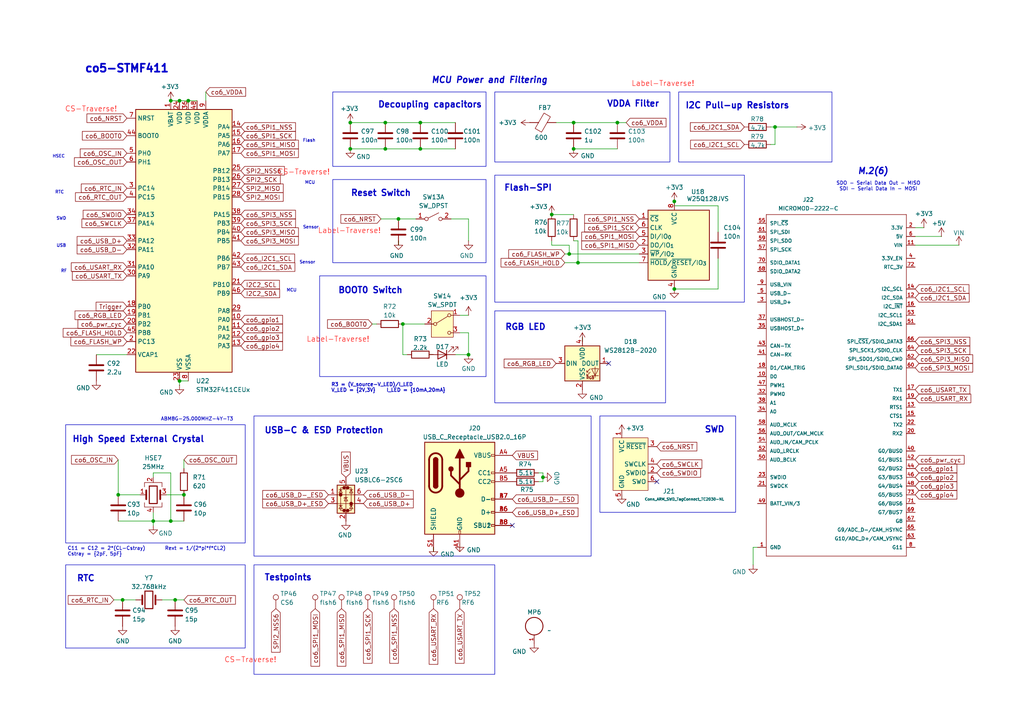
<source format=kicad_sch>
(kicad_sch (version 20250114) (generator "eeschema") (generator_version "9.0")
  (paper "A4")
  (rectangle (start 73.66 163.83) (end 143.51 195.58))
  (rectangle (start 196.85 26.67) (end 241.3 46.99))
  (rectangle (start 143.51 90.17) (end 193.04 116.84))
  (rectangle (start 19.05 163.83) (end 71.12 187.96))
  (rectangle (start 92.71 80.01) (end 140.97 109.22))
  (rectangle (start 173.99 120.65) (end 213.36 148.59))
  (rectangle (start 143.51 50.8) (end 215.9 87.63))
  (rectangle (start 19.05 123.19) (end 71.12 157.48))
  (rectangle (start 96.52 26.67) (end 140.97 48.26))
  (rectangle (start 73.66 120.65) (end 171.45 161.29))
  (rectangle (start 96.52 52.07) (end 140.97 76.2))
  (rectangle (start 143.51 26.67) (end 194.31 46.99))
  (text "R3 = (V_source-V_LED)/I_LED\nV_LED = {2V,3V}	I_LED = {10mA,20mA}" (at 96.012 112.522 0) (effects (font (size 1.016 1.016) (thickness 0.2032) (bold yes)) (justify left)))
  (text "HSEC" (at 17.018 45.466 0) (effects (font (size 0.889 0.889))))
  (text "USB-C & ESD Protection\n" (at 93.98 124.968 0) (effects (font (size 1.778 1.778) (thickness 0.3556) (bold yes))))
  (text "ABM8G-25.000MHZ-4Y-T3\n" (at 57.15 121.666 0) (effects (font (size 1.016 1.016) (thickness 0.1588))))
  (text "C11 = C12 = 2*(CL-Cstray)	Rext = 1/(2*pi*f*CL2)\nCstray = {2pF, 5pF}" (at 19.558 160.02 0) (effects (font (size 1.016 1.016) (thickness 0.1588)) (justify left)))
  (text "Sensor" (at 89.154 76.2 0) (effects (font (size 0.889 0.889))))
  (text "Label-Traverse!\n" (at 98.044 98.552 0) (effects (font (size 1.524 1.524))))
  (text "BOOT0 Switch" (at 107.442 84.328 0) (effects (font (size 1.778 1.778) (thickness 0.3556) (bold yes))))
  (text "SDO - Serial Data Out - MISO\nSDI - Serial Data In - MOSI" (at 254.762 54.102 0) (effects (font (size 1.016 1.016))))
  (text "CS-Traverse!\n" (at 72.644 191.516 0) (effects (font (size 1.524 1.524))))
  (text "Decoupling capacitors\n" (at 124.714 30.48 0) (effects (font (size 1.778 1.778) (thickness 0.3556) (bold yes))))
  (text "Reset Switch\n" (at 110.49 56.134 0) (effects (font (size 1.778 1.778) (thickness 0.3556) (bold yes))))
  (text "Flash" (at 89.662 40.894 0) (effects (font (size 0.889 0.889))))
  (text "MCU" (at 89.916 53.086 0) (effects (font (size 0.889 0.889))))
  (text "USB\n" (at 17.78 71.374 0) (effects (font (size 0.889 0.889))))
  (text "RGB LED" (at 152.4 94.996 0) (effects (font (size 1.778 1.778) (thickness 0.3556) (bold yes))))
  (text "High Speed External Crystal" (at 40.132 127.508 0) (effects (font (size 1.778 1.778) (thickness 0.3556) (bold yes))))
  (text "Sensor" (at 90.17 66.04 0) (effects (font (size 0.889 0.889))))
  (text "SWD\n" (at 207.264 124.714 0) (effects (font (size 1.778 1.778) (thickness 0.3556) (bold yes))))
  (text "co5-STMF411\n\n" (at 36.83 21.844 0) (effects (font (size 2.286 2.286) (thickness 0.508) (bold yes))))
  (text "I2C Pull-up Resistors" (at 213.868 30.734 0) (effects (font (size 1.778 1.778) (thickness 0.3556) (bold yes))))
  (text "VDDA Filter\n" (at 183.642 30.226 0) (effects (font (size 1.778 1.778) (thickness 0.3556) (bold yes))))
  (text "M.2(6)\n" (at 253.238 49.784 0) (effects (font (size 1.778 1.778) (thickness 0.3556) (bold yes) (italic yes))))
  (text "CS-Traverse!\n" (at 88.138 50.038 0) (effects (font (size 1.524 1.524))))
  (text "RTC" (at 17.272 55.88 0) (effects (font (size 0.889 0.889))))
  (text "MCU Power and Filtering" (at 141.986 23.368 0) (effects (font (size 1.778 1.778) (thickness 0.3556) (bold yes) (italic yes))))
  (text "MCU" (at 84.582 84.328 0) (effects (font (size 0.889 0.889))))
  (text "CS-Traverse!\n" (at 26.416 31.75 0) (effects (font (size 1.524 1.524))))
  (text "Flash-SPI" (at 153.162 54.61 0) (effects (font (size 1.778 1.778) (thickness 0.3556) (bold yes))))
  (text "RF" (at 18.542 78.74 0) (effects (font (size 0.889 0.889))))
  (text "SWD" (at 17.78 63.5 0) (effects (font (size 0.889 0.889))))
  (text "Label-Traverse!\n" (at 101.346 67.056 0) (effects (font (size 1.524 1.524))))
  (text "Testpoints" (at 83.566 167.64 0) (effects (font (size 1.778 1.778) (thickness 0.3556) (bold yes))))
  (text "RTC\n" (at 24.892 167.894 0) (effects (font (size 1.778 1.778) (thickness 0.3556) (bold yes))))
  (text "Label-Traverse!\n" (at 192.278 24.384 0) (effects (font (size 1.524 1.524))))
  (junction (at 166.37 35.56))
  (junction (at 49.53 29.21))
  (junction (at 52.07 110.49))
  (junction (at 111.76 35.56))
  (junction (at 34.29 143.51))
  (junction (at 101.6 35.56))
  (junction (at 54.61 29.21))
  (junction (at 35.56 173.99))
  (junction (at 195.58 58.42))
  (junction (at 44.45 151.13))
  (junction (at 167.64 76.2))
  (junction (at 179.07 35.56))
  (junction (at 116.84 93.98))
  (junction (at 50.8 173.99))
  (junction (at 166.37 43.18))
  (junction (at 101.6 43.18))
  (junction (at 121.92 43.18))
  (junction (at 195.58 83.82))
  (junction (at 53.34 143.51))
  (junction (at 52.07 29.21))
  (junction (at 121.92 35.56))
  (junction (at 111.76 43.18))
  (junction (at 115.57 63.5))
  (junction (at 49.53 151.13))
  (junction (at 135.89 102.87))
  (junction (at 224.79 36.83))
  (junction (at 165.1 73.66))
  (junction (at 160.02 62.23))
  (junction (at 157.48 138.43))
  (no_connect (at 176.53 105.41))
  (no_connect (at 148.59 152.4))
  (no_connect (at 190.5 139.7))
  (wire (pts (xy 163.83 73.66) (xy 165.1 73.66)))
  (wire (pts (xy 135.89 102.87) (xy 132.08 102.87)))
  (wire (pts (xy 135.89 91.44) (xy 133.35 91.44)))
  (wire (pts (xy 180.34 143.51) (xy 180.34 144.78)))
  (wire (pts (xy 125.73 158.75) (xy 125.73 160.02)))
  (wire (pts (xy 161.29 35.56) (xy 166.37 35.56)))
  (wire (pts (xy 110.49 63.5) (xy 115.57 63.5)))
  (wire (pts (xy 44.45 138.43) (xy 44.45 137.16)))
  (wire (pts (xy 195.58 59.69) (xy 208.28 59.69)))
  (wire (pts (xy 115.57 63.5) (xy 120.65 63.5)))
  (wire (pts (xy 101.6 35.56) (xy 111.76 35.56)))
  (wire (pts (xy 118.11 102.87) (xy 116.84 102.87)))
  (wire (pts (xy 121.92 35.56) (xy 132.08 35.56)))
  (wire (pts (xy 157.48 137.16) (xy 156.21 137.16)))
  (wire (pts (xy 160.02 62.23) (xy 166.37 62.23)))
  (wire (pts (xy 273.05 68.58) (xy 265.43 68.58)))
  (wire (pts (xy 35.56 173.99) (xy 39.37 173.99)))
  (wire (pts (xy 163.83 76.2) (xy 167.64 76.2)))
  (wire (pts (xy 133.35 96.52) (xy 135.89 96.52)))
  (wire (pts (xy 160.02 71.12) (xy 165.1 71.12)))
  (wire (pts (xy 167.64 76.2) (xy 185.42 76.2)))
  (wire (pts (xy 34.29 143.51) (xy 40.64 143.51)))
  (wire (pts (xy 224.79 36.83) (xy 231.14 36.83)))
  (wire (pts (xy 125.73 102.87) (xy 124.46 102.87)))
  (wire (pts (xy 49.53 151.13) (xy 53.34 151.13)))
  (wire (pts (xy 166.37 69.85) (xy 167.64 69.85)))
  (wire (pts (xy 267.97 66.04) (xy 265.43 66.04)))
  (wire (pts (xy 34.29 133.35) (xy 34.29 143.51)))
  (wire (pts (xy 156.21 139.7) (xy 157.48 139.7)))
  (wire (pts (xy 101.6 43.18) (xy 111.76 43.18)))
  (wire (pts (xy 157.48 139.7) (xy 157.48 138.43)))
  (wire (pts (xy 46.99 173.99) (xy 50.8 173.99)))
  (wire (pts (xy 218.44 158.75) (xy 218.44 163.83)))
  (wire (pts (xy 208.28 83.82) (xy 195.58 83.82)))
  (wire (pts (xy 121.92 43.18) (xy 132.08 43.18)))
  (wire (pts (xy 115.57 69.85) (xy 115.57 71.12)))
  (wire (pts (xy 135.89 96.52) (xy 135.89 102.87)))
  (wire (pts (xy 27.94 102.87) (xy 36.83 102.87)))
  (wire (pts (xy 135.89 63.5) (xy 135.89 69.85)))
  (wire (pts (xy 133.35 157.48) (xy 133.35 160.02)))
  (wire (pts (xy 165.1 71.12) (xy 165.1 73.66)))
  (wire (pts (xy 44.45 152.4) (xy 44.45 151.13)))
  (wire (pts (xy 57.15 29.21) (xy 54.61 29.21)))
  (wire (pts (xy 44.45 151.13) (xy 49.53 151.13)))
  (wire (pts (xy 224.79 41.91) (xy 224.79 36.83)))
  (wire (pts (xy 52.07 111.76) (xy 52.07 110.49)))
  (wire (pts (xy 208.28 74.93) (xy 208.28 83.82)))
  (wire (pts (xy 157.48 138.43) (xy 157.48 137.16)))
  (wire (pts (xy 160.02 69.85) (xy 160.02 71.12)))
  (wire (pts (xy 59.69 26.67) (xy 59.69 29.21)))
  (wire (pts (xy 224.79 36.83) (xy 223.52 36.83)))
  (wire (pts (xy 111.76 35.56) (xy 121.92 35.56)))
  (wire (pts (xy 44.45 151.13) (xy 44.45 148.59)))
  (wire (pts (xy 166.37 35.56) (xy 179.07 35.56)))
  (wire (pts (xy 166.37 43.18) (xy 179.07 43.18)))
  (wire (pts (xy 130.81 63.5) (xy 135.89 63.5)))
  (wire (pts (xy 48.26 143.51) (xy 53.34 143.51)))
  (wire (pts (xy 167.64 69.85) (xy 167.64 76.2)))
  (wire (pts (xy 53.34 133.35) (xy 53.34 135.89)))
  (wire (pts (xy 107.95 93.98) (xy 109.22 93.98)))
  (wire (pts (xy 224.79 41.91) (xy 223.52 41.91)))
  (wire (pts (xy 218.44 158.75) (xy 219.71 158.75)))
  (wire (pts (xy 165.1 73.66) (xy 185.42 73.66)))
  (wire (pts (xy 181.61 35.56) (xy 179.07 35.56)))
  (wire (pts (xy 52.07 29.21) (xy 49.53 29.21)))
  (wire (pts (xy 195.58 58.42) (xy 195.58 59.69)))
  (wire (pts (xy 208.28 59.69) (xy 208.28 67.31)))
  (wire (pts (xy 44.45 137.16) (xy 49.53 137.16)))
  (wire (pts (xy 168.91 99.06) (xy 168.91 97.79)))
  (wire (pts (xy 33.02 173.99) (xy 35.56 173.99)))
  (wire (pts (xy 50.8 173.99) (xy 53.34 173.99)))
  (wire (pts (xy 54.61 29.21) (xy 52.07 29.21)))
  (wire (pts (xy 111.76 43.18) (xy 121.92 43.18)))
  (wire (pts (xy 49.53 137.16) (xy 49.53 151.13)))
  (wire (pts (xy 180.34 125.73) (xy 180.34 124.46)))
  (wire (pts (xy 116.84 93.98) (xy 123.19 93.98)))
  (wire (pts (xy 116.84 93.98) (xy 116.84 102.87)))
  (wire (pts (xy 34.29 151.13) (xy 44.45 151.13)))
  (wire (pts (xy 52.07 110.49) (xy 54.61 110.49)))
  (wire (pts (xy 278.13 71.12) (xy 265.43 71.12)))
  (global_label "co6_RTC_OUT" (shape input) (at 53.34 173.99 0) (property "Intersheetrefs" "${INTERSHEET_REFS}" (effects (hide yes))))
  (global_label "co6_RTC_IN" (shape input) (at 33.02 173.99 180) (property "Intersheetrefs" "${INTERSHEET_REFS}" (effects (hide yes))))
  (global_label "co6_RGB_LED" (shape input) (at 161.29 105.41 180) (effects (font (thickness 0.1588))) (property "Intersheetrefs" "${INTERSHEET_REFS}" (effects (hide yes))))
  (global_label "co6_SPI1_MOSI" (shape input) (at 69.85 44.45 0) (property "Intersheetrefs" "${INTERSHEET_REFS}" (effects (hide yes))))
  (global_label "co6_SPI3_MOSI" (shape input) (at 69.85 69.85 0) (property "Intersheetrefs" "${INTERSHEET_REFS}" (effects (hide yes))))
  (global_label "co6_USART_RX" (shape input) (at 36.83 77.47 180) (property "Intersheetrefs" "${INTERSHEET_REFS}" (effects (hide yes))))
  (global_label "co6_SPI1_MISO" (shape input) (at 69.85 41.91 0) (property "Intersheetrefs" "${INTERSHEET_REFS}" (effects (hide yes))))
  (global_label "co6_FLASH_WP" (shape input) (at 36.83 99.06 180) (property "Intersheetrefs" "${INTERSHEET_REFS}" (effects (hide yes))))
  (global_label "SPI2_NSS6" (shape input) (at 80.01 176.53 270) (property "Intersheetrefs" "${INTERSHEET_REFS}" (effects (hide yes))))
  (global_label "co6_SWCLK" (shape input) (at 36.83 64.77 180) (property "Intersheetrefs" "${INTERSHEET_REFS}" (effects (hide yes))))
  (global_label "co6_I2C1_SDA" (shape input) (at 265.43 86.36 0) (property "Intersheetrefs" "${INTERSHEET_REFS}" (effects (hide yes))))
  (global_label "co6_NRST" (shape input) (at 110.49 63.5 180) (property "Intersheetrefs" "${INTERSHEET_REFS}" (effects (hide yes))))
  (global_label "co6_SPI3_MISO" (shape input) (at 69.85 67.31 0) (property "Intersheetrefs" "${INTERSHEET_REFS}" (effects (hide yes))))
  (global_label "co6_SPI1_MOSI" (shape input) (at 185.42 68.58 180) (property "Intersheetrefs" "${INTERSHEET_REFS}" (effects (hide yes))))
  (global_label "co6_USART_TX" (shape input) (at 36.83 80.01 180) (property "Intersheetrefs" "${INTERSHEET_REFS}" (effects (hide yes))))
  (global_label "co6_gpio2" (shape input) (at 69.85 95.25 0) (effects (font (thickness 0.1588))) (property "Intersheetrefs" "${INTERSHEET_REFS}" (effects (hide yes))))
  (global_label "co6_I2C1_SCL" (shape input) (at 69.85 74.93 0) (property "Intersheetrefs" "${INTERSHEET_REFS}" (effects (hide yes))))
  (global_label "co6_USART_RX" (shape input) (at 265.43 115.57 0) (property "Intersheetrefs" "${INTERSHEET_REFS}" (effects (hide yes))))
  (global_label "co6_gpio4" (shape input) (at 265.43 143.51 0) (effects (font (thickness 0.1588))) (property "Intersheetrefs" "${INTERSHEET_REFS}" (effects (hide yes))))
  (global_label "I2C2_SDA" (shape input) (at 69.85 85.09 0) (property "Intersheetrefs" "${INTERSHEET_REFS}" (effects (hide yes))))
  (global_label "co6_USB_D+_ESD" (shape input) (at 95.25 146.05 180) (effects (font (thickness 0.1588))) (property "Intersheetrefs" "${INTERSHEET_REFS}" (effects (hide yes))))
  (global_label "co6_FLASH_HOLD" (shape input) (at 36.83 96.52 180) (property "Intersheetrefs" "${INTERSHEET_REFS}" (effects (hide yes))))
  (global_label "co6_USB_D-" (shape input) (at 105.41 143.51 0) (property "Intersheetrefs" "${INTERSHEET_REFS}" (effects (hide yes))))
  (global_label "co6_gpio1" (shape input) (at 69.85 92.71 0) (effects (font (thickness 0.1588))) (property "Intersheetrefs" "${INTERSHEET_REFS}" (effects (hide yes))))
  (global_label "co6_USB_D-_ESD" (shape input) (at 95.25 143.51 180) (effects (font (thickness 0.1588))) (property "Intersheetrefs" "${INTERSHEET_REFS}" (effects (hide yes))))
  (global_label "co6_VDDA" (shape input) (at 59.69 26.67 0) (property "Intersheetrefs" "${INTERSHEET_REFS}" (effects (hide yes))))
  (global_label "SPI2_MISO" (shape input) (at 69.85 54.61 0) (property "Intersheetrefs" "${INTERSHEET_REFS}" (effects (hide yes))))
  (global_label "Trigger" (shape input) (at 36.83 88.9 180) (property "Intersheetrefs" "${INTERSHEET_REFS}" (effects (hide yes))))
  (global_label "co6_SPI1_SCK" (shape input) (at 106.68 176.53 270) (property "Intersheetrefs" "${INTERSHEET_REFS}" (effects (hide yes))))
  (global_label "co6_BOOT0" (shape input) (at 36.83 39.37 180) (property "Intersheetrefs" "${INTERSHEET_REFS}" (effects (hide yes))))
  (global_label "co6_SPI3_MOSI" (shape input) (at 265.43 106.68 0) (property "Intersheetrefs" "${INTERSHEET_REFS}" (effects (hide yes))))
  (global_label "co6_gpio4" (shape input) (at 69.85 100.33 0) (effects (font (thickness 0.1588))) (property "Intersheetrefs" "${INTERSHEET_REFS}" (effects (hide yes))))
  (global_label "co6_OSC_OUT" (shape input) (at 53.34 133.35 0) (property "Intersheetrefs" "${INTERSHEET_REFS}" (effects (hide yes))))
  (global_label "co6_SWDIO" (shape input) (at 36.83 62.23 180) (property "Intersheetrefs" "${INTERSHEET_REFS}" (effects (hide yes))))
  (global_label "co6_SPI3_NSS" (shape input) (at 69.85 62.23 0) (property "Intersheetrefs" "${INTERSHEET_REFS}" (effects (hide yes))))
  (global_label "co6_pwr_cyc" (shape input) (at 36.83 93.98 180) (property "Intersheetrefs" "${INTERSHEET_REFS}" (effects (hide yes))))
  (global_label "co6_SPI1_NSS" (shape input) (at 185.42 63.5 180) (property "Intersheetrefs" "${INTERSHEET_REFS}" (effects (hide yes))))
  (global_label "co6_SPI1_SCK" (shape input) (at 185.42 66.04 180) (property "Intersheetrefs" "${INTERSHEET_REFS}" (effects (hide yes))))
  (global_label "co6_FLASH_WP" (shape input) (at 163.83 73.66 180) (property "Intersheetrefs" "${INTERSHEET_REFS}" (effects (hide yes))))
  (global_label "co6_RGB_LED" (shape input) (at 36.83 91.44 180) (property "Intersheetrefs" "${INTERSHEET_REFS}" (effects (hide yes))))
  (global_label "co6_USART_RX" (shape input) (at 125.73 176.53 270) (property "Intersheetrefs" "${INTERSHEET_REFS}" (effects (hide yes))))
  (global_label "co6_SPI3_SCK" (shape input) (at 69.85 64.77 0) (property "Intersheetrefs" "${INTERSHEET_REFS}" (effects (hide yes))))
  (global_label "co6_I2C1_SCL" (shape input) (at 265.43 83.82 0) (property "Intersheetrefs" "${INTERSHEET_REFS}" (effects (hide yes))))
  (global_label "co6_SPI3_SCK" (shape input) (at 265.43 101.6 0) (effects (font (thickness 0.1588))) (property "Intersheetrefs" "${INTERSHEET_REFS}" (effects (hide yes))))
  (global_label "co6_USART_TX" (shape input) (at 265.43 113.03 0) (property "Intersheetrefs" "${INTERSHEET_REFS}" (effects (hide yes))))
  (global_label "co6_SPI3_MISO" (shape input) (at 265.43 104.14 0) (property "Intersheetrefs" "${INTERSHEET_REFS}" (effects (hide yes))))
  (global_label "co6_SPI1_NSS" (shape input) (at 114.3 176.53 270) (property "Intersheetrefs" "${INTERSHEET_REFS}" (effects (hide yes))))
  (global_label "co6_I2C1_SDA" (shape input) (at 215.9 36.83 180) (effects (font (thickness 0.1588))) (property "Intersheetrefs" "${INTERSHEET_REFS}" (effects (hide yes))))
  (global_label "co6_USB_D-_ESD" (shape input) (at 148.59 144.78 0) (effects (font (thickness 0.1588))) (property "Intersheetrefs" "${INTERSHEET_REFS}" (effects (hide yes))))
  (global_label "co6_FLASH_HOLD" (shape input) (at 163.83 76.2 180) (property "Intersheetrefs" "${INTERSHEET_REFS}" (effects (hide yes))))
  (global_label "I2C2_SCL" (shape input) (at 69.85 82.55 0) (property "Intersheetrefs" "${INTERSHEET_REFS}" (effects (hide yes))))
  (global_label "co6_OSC_IN" (shape input) (at 36.83 44.45 180) (property "Intersheetrefs" "${INTERSHEET_REFS}" (effects (hide yes))))
  (global_label "co6_SPI3_NSS" (shape input) (at 265.43 99.06 0) (effects (font (thickness 0.1588))) (property "Intersheetrefs" "${INTERSHEET_REFS}" (effects (hide yes))))
  (global_label "co6_gpio3" (shape input) (at 69.85 97.79 0) (effects (font (thickness 0.1588))) (property "Intersheetrefs" "${INTERSHEET_REFS}" (effects (hide yes))))
  (global_label "co6_gpio3" (shape input) (at 265.43 140.97 0) (effects (font (thickness 0.1588))) (property "Intersheetrefs" "${INTERSHEET_REFS}" (effects (hide yes))))
  (global_label "co6_SPI1_SCK" (shape input) (at 69.85 39.37 0) (effects (font (thickness 0.1588))) (property "Intersheetrefs" "${INTERSHEET_REFS}" (effects (hide yes))))
  (global_label "co6_USB_D+" (shape input) (at 36.83 69.85 180) (property "Intersheetrefs" "${INTERSHEET_REFS}" (effects (hide yes))))
  (global_label "co6_NRST" (shape input) (at 190.5 129.54 0) (property "Intersheetrefs" "${INTERSHEET_REFS}" (effects (hide yes))))
  (global_label "co6_gpio2" (shape input) (at 265.43 138.43 0) (effects (font (thickness 0.1588))) (property "Intersheetrefs" "${INTERSHEET_REFS}" (effects (hide yes))))
  (global_label "co6_BOOT0" (shape input) (at 107.95 93.98 180) (effects (font (thickness 0.1588))) (property "Intersheetrefs" "${INTERSHEET_REFS}" (effects (hide yes))))
  (global_label "SPI2_NSS6" (shape input) (at 69.85 49.53 0) (property "Intersheetrefs" "${INTERSHEET_REFS}" (effects (hide yes))))
  (global_label "co6_SWCLK" (shape input) (at 190.5 134.62 0) (property "Intersheetrefs" "${INTERSHEET_REFS}" (effects (hide yes))))
  (global_label "co6_pwr_cyc" (shape input) (at 265.43 133.35 0) (property "Intersheetrefs" "${INTERSHEET_REFS}" (effects (hide yes))))
  (global_label "co6_OSC_IN" (shape input) (at 34.29 133.35 180) (property "Intersheetrefs" "${INTERSHEET_REFS}" (effects (hide yes))))
  (global_label "co6_USB_D+" (shape input) (at 105.41 146.05 0) (property "Intersheetrefs" "${INTERSHEET_REFS}" (effects (hide yes))))
  (global_label "co6_OSC_OUT" (shape input) (at 36.83 46.99 180) (property "Intersheetrefs" "${INTERSHEET_REFS}" (effects (hide yes))))
  (global_label "co6_USB_D-" (shape input) (at 36.83 72.39 180) (property "Intersheetrefs" "${INTERSHEET_REFS}" (effects (hide yes))))
  (global_label "SPI2_SCK" (shape input) (at 69.85 52.07 0) (property "Intersheetrefs" "${INTERSHEET_REFS}" (effects (hide yes))))
  (global_label "co6_SPI1_NSS" (shape input) (at 69.85 36.83 0) (effects (font (thickness 0.1588))) (property "Intersheetrefs" "${INTERSHEET_REFS}" (effects (hide yes))))
  (global_label "co6_gpio1" (shape input) (at 265.43 135.89 0) (effects (font (thickness 0.1588))) (property "Intersheetrefs" "${INTERSHEET_REFS}" (effects (hide yes))))
  (global_label "co6_SPI1_MISO" (shape input) (at 185.42 71.12 180) (property "Intersheetrefs" "${INTERSHEET_REFS}" (effects (hide yes))))
  (global_label "co6_VDDA" (shape input) (at 181.61 35.56 0) (property "Intersheetrefs" "${INTERSHEET_REFS}" (effects (hide yes))))
  (global_label "co6_I2C1_SCL" (shape input) (at 215.9 41.91 180) (property "Intersheetrefs" "${INTERSHEET_REFS}" (effects (hide yes))))
  (global_label "co6_I2C1_SDA" (shape input) (at 69.85 77.47 0) (property "Intersheetrefs" "${INTERSHEET_REFS}" (effects (hide yes))))
  (global_label "co6_RTC_OUT" (shape input) (at 36.83 57.15 180) (property "Intersheetrefs" "${INTERSHEET_REFS}" (effects (hide yes))))
  (global_label "co6_USART_TX" (shape input) (at 133.35 176.53 270) (property "Intersheetrefs" "${INTERSHEET_REFS}" (effects (hide yes))))
  (global_label "VBUS" (shape input) (at 100.33 138.43 90) (effects (font (thickness 0.1588))) (property "Intersheetrefs" "${INTERSHEET_REFS}" (effects (hide yes))))
  (global_label "co6_SWDIO" (shape input) (at 190.5 137.16 0) (property "Intersheetrefs" "${INTERSHEET_REFS}" (effects (hide yes))))
  (global_label "co6_SPI1_MISO" (shape input) (at 99.06 176.53 270) (property "Intersheetrefs" "${INTERSHEET_REFS}" (effects (hide yes))))
  (global_label "co6_USB_D+_ESD" (shape input) (at 148.59 148.59 0) (effects (font (thickness 0.1588))) (property "Intersheetrefs" "${INTERSHEET_REFS}" (effects (hide yes))))
  (global_label "co6_RTC_IN" (shape input) (at 36.83 54.61 180) (property "Intersheetrefs" "${INTERSHEET_REFS}" (effects (hide yes))))
  (global_label "SPI2_MOSI" (shape input) (at 69.85 57.15 0) (property "Intersheetrefs" "${INTERSHEET_REFS}" (effects (hide yes))))
  (global_label "co6_NRST" (shape input) (at 36.83 34.29 180) (property "Intersheetrefs" "${INTERSHEET_REFS}" (effects (hide yes))))
  (global_label "VBUS" (shape input) (at 148.59 132.08 0) (effects (font (thickness 0.1588))) (property "Intersheetrefs" "${INTERSHEET_REFS}" (effects (hide yes))))
  (global_label "co6_SPI1_MOSI" (shape input) (at 91.44 176.53 270) (property "Intersheetrefs" "${INTERSHEET_REFS}" (effects (hide yes))))
  (symbol (lib_id "power:+3V3") (at 49.53 29.21 0) (unit 1)
    (property "Reference" "#PWR0188" (effects (hide yes)))
    (property "Value" "+3V3" (at 49.276 25.146 0))
    (property "Description" "Power symbol creates a global label with name \"+3V3\"" (effects (hide yes)))
  )
  (symbol (lib_id "power:GND") (at 44.45 152.4 0) (unit 1)
    (property "Reference" "#PWR0187" (effects (hide yes)))
    (property "Value" "GND" (at 48.006 154.686 0))
    (property "Description" "Power symbol creates a global label with name \"GND\" , ground" (effects (hide yes)))
  )
  (symbol (lib_id "Device:C") (at 179.07 39.37 0) (unit 1)
    (property "Reference" "C103" (at 182.118 38.1 0) (effects (justify left)))
    (property "Value" "100n" (at 182.118 40.64 0) (effects (justify left)))
    (property "Footprint" "Capacitor_SMD:C_0402_1005Metric" (effects (hide yes)))
    (property "Description" "Unpolarized capacitor" (effects (hide yes)))
  )
  (symbol (lib_id "Device:Crystal") (at 43.18 173.99 0) (unit 1)
    (property "Reference" "Y7" (at 43.18 167.64 0))
    (property "Value" "32.768kHz" (at 43.18 170.18 0))
    (property "Footprint" "Crystal:Crystal_SMD_3215-2Pin_3.2x1.5mm" (effects (hide yes)))
    (property "Description" "Two pin crystal" (effects (hide yes)))
  )
  (symbol (lib_id "power:GND") (at 115.57 69.85 0) (unit 1)
    (property "Reference" "#PWR0194" (effects (hide yes)))
    (property "Value" "GND" (at 117.094 74.168 0) (effects (justify right)))
    (property "Description" "Power symbol creates a global label with name \"GND\" , ground" (effects (hide yes)))
  )
  (symbol (lib_id "MCU_ST_STM32F4:STM32F411CEUx") (at 52.07 69.85 0) (unit 1)
    (property "Reference" "U22" (at 56.8041 110.49 0) (effects (justify left)))
    (property "Value" "STM32F411CEUx" (at 56.8041 113.03 0) (effects (justify left)))
    (property "Footprint" "Package_DFN_QFN:QFN-48-1EP_7x7mm_P0.5mm_EP5.6x5.6mm" (effects (hide yes)))
    (property "Datasheet" "https://www.st.com/resource/en/datasheet/stm32f411ce.pdf" (effects (hide yes)))
    (property "Description" "STMicroelectronics Arm Cortex-M4 MCU, 512KB flash, 128KB RAM, 100 MHz, 1.7-3.6V, 36 GPIO, UFQFPN48" (effects (hide yes)))
  )
  (symbol (lib_id "Connector:TestPoint") (at 80.01 176.53 0) (unit 1)
    (property "Reference" "TP46" (at 81.28 172.212 0) (effects (justify left)))
    (property "Value" "CS6" (at 81.28 174.752 0) (effects (justify left)))
    (property "Footprint" "TestPoint:TestPoint_Pad_D1.0mm" (effects (hide yes)))
    (property "Description" "test point" (effects (hide yes)))
  )
  (symbol (lib_id "Device:C") (at 166.37 39.37 0) (unit 1)
    (property "Reference" "C102" (at 169.418 38.1 0) (effects (justify left)))
    (property "Value" "1u" (at 169.418 40.64 0) (effects (justify left)))
    (property "Footprint" "Capacitor_SMD:C_0603_1608Metric" (effects (hide yes)))
    (property "Description" "Unpolarized capacitor" (effects (hide yes)))
  )
  (symbol (lib_id "Device:R") (at 160.02 66.04 0) (unit 1)
    (property "Reference" "R76" (at 154.94 64.516 0) (effects (justify left)))
    (property "Value" "10k" (at 154.94 67.056 0) (effects (justify left)))
    (property "Footprint" "Resistor_SMD:R_0402_1005Metric" (effects (hide yes)))
    (property "Description" "Resistor" (effects (hide yes)))
  )
  (symbol (lib_id "Connector:TestPoint") (at 106.68 176.53 0) (unit 1)
    (property "Reference" "TP49" (at 107.95 172.212 0) (effects (justify left)))
    (property "Value" "flsh6" (at 107.95 174.752 0) (effects (justify left)))
    (property "Footprint" "TestPoint:TestPoint_Pad_D1.0mm" (effects (hide yes)))
    (property "Description" "test point" (effects (hide yes)))
  )
  (symbol (lib_id "Power_Protection:USBLC6-2SC6") (at 100.33 143.51 0) (unit 1)
    (property "Reference" "U23" (at 102.87 136.652 0) (effects (justify left)))
    (property "Value" "USBLC6-2SC6" (at 102.87 139.192 0) (effects (justify left)))
    (property "Footprint" "Package_TO_SOT_SMD:SOT-23-6" (effects (hide yes)))
    (property "Datasheet" "https://www.st.com/resource/en/datasheet/usblc6-2.pdf" (effects (hide yes)))
    (property "Description" "Very low capacitance ESD protection diode, 2 data-line, SOT-23-6" (effects (hide yes)))
  )
  (symbol (lib_id "power:+3V3") (at 160.02 62.23 0) (unit 1)
    (property "Reference" "#PWR0201" (effects (hide yes)))
    (property "Value" "+3V3" (at 156.21 59.944 0))
    (property "Description" "Power symbol creates a global label with name \"+3V3\"" (effects (hide yes)))
  )
  (symbol (lib_id "Connector:TestPoint") (at 133.35 176.53 0) (unit 1)
    (property "Reference" "TP52" (at 134.62 172.212 0) (effects (justify left)))
    (property "Value" "RF6" (at 133.858 174.752 0) (effects (justify left)))
    (property "Footprint" "TestPoint:TestPoint_Pad_D1.0mm" (effects (hide yes)))
    (property "Description" "test point" (effects (hide yes)))
  )
  (symbol (lib_id "Connector:TestPoint") (at 114.3 176.53 0) (unit 1)
    (property "Reference" "TP50" (at 115.57 172.212 0) (effects (justify left)))
    (property "Value" "flsh6" (at 115.57 174.752 0) (effects (justify left)))
    (property "Footprint" "TestPoint:TestPoint_Pad_D1.0mm" (effects (hide yes)))
    (property "Description" "test point" (effects (hide yes)))
  )
  (symbol (lib_id "Device:R") (at 121.92 102.87 90) (unit 1)
    (property "Reference" "R73" (at 121.92 98.298 90))
    (property "Value" "2.2k" (at 121.92 100.838 90))
    (property "Footprint" "Resistor_SMD:R_0603_1608Metric" (effects (hide yes)))
    (property "Description" "Resistor" (effects (hide yes)))
  )
  (symbol (lib_id "power:GND") (at 35.56 181.61 0) (unit 1)
    (property "Reference" "#PWR0186" (effects (hide yes)))
    (property "Value" "GND" (at 35.56 185.928 0))
    (property "Description" "Power symbol creates a global label with name \"GND\" , ground" (effects (hide yes)))
  )
  (symbol (lib_id "LED:WS2812B-2020") (at 168.91 105.41 0) (unit 1)
    (property "Reference" "D18" (at 182.88 99.0914 0))
    (property "Value" "WS2812B-2020" (at 182.88 101.6314 0))
    (property "Footprint" "LED_SMD:LED_WS2812B-2020_PLCC4_2.0x2.0mm" (effects (hide yes)))
    (property "Datasheet" "https://cdn-shop.adafruit.com/product-files/4684/4684_WS2812B-2020_V1.3_EN.pdf" (effects (hide yes)))
    (property "Description" "RGB LED with integrated controller, 2.0 x 2.0 mm, 12 mA" (effects (hide yes)))
  )
  (symbol (lib_id "Connector:USB_C_Receptacle_USB2.0_16P") (at 133.35 147.32 0) (unit 1)
    (property "Reference" "J20" (at 137.668 124.206 0))
    (property "Value" "USB_C_Receptacle_USB2.0_16P" (at 137.668 126.746 0))
    (property "Footprint" "Connector_USB:USB_C_Receptacle_G-Switch_GT-USB-7051x" (effects (hide yes)))
    (property "Datasheet" "https://www.usb.org/sites/default/files/documents/usb_type-c.zip" (effects (hide yes)))
    (property "Description" "USB 2.0-only 16P Type-C Receptacle connector" (effects (hide yes)))
  )
  (symbol (lib_id "Device:C") (at 101.6 39.37 0) (unit 1)
    (property "Reference" "C97" (at 104.648 38.1 0) (effects (justify left)))
    (property "Value" "100n" (at 104.648 40.64 0) (effects (justify left)))
    (property "Footprint" "Capacitor_SMD:C_0402_1005Metric" (effects (hide yes)))
    (property "Description" "Unpolarized capacitor" (effects (hide yes)))
  )
  (symbol (lib_id "Device:C") (at 27.94 106.68 0) (unit 1)
    (property "Reference" "C92" (at 30.988 105.41 0) (effects (justify left)))
    (property "Value" "2.2u" (at 30.988 107.95 0) (effects (justify left)))
    (property "Footprint" "Capacitor_SMD:C_0603_1608Metric" (effects (hide yes)))
    (property "Description" "Unpolarized capacitor" (effects (hide yes)))
  )
  (symbol (lib_id "power:+3V3") (at 273.05 68.58 0) (unit 1)
    (property "Reference" "#PWR0212" (effects (hide yes)))
    (property "Value" "+5V" (at 272.288 64.77 0))
    (property "Description" "Power symbol creates a global label with name \"+3V3\"" (effects (hide yes)))
  )
  (symbol (lib_id "Device:C") (at 132.08 39.37 0) (unit 1)
    (property "Reference" "C101" (at 134.366 38.1 0) (effects (justify left)))
    (property "Value" "100n" (at 134.366 40.64 0) (effects (justify left)))
    (property "Footprint" "Capacitor_SMD:C_0402_1005Metric" (effects (hide yes)))
    (property "Description" "Unpolarized capacitor" (effects (hide yes)))
  )
  (symbol (lib_id "Device:C") (at 35.56 177.8 0) (unit 1)
    (property "Reference" "C94" (at 38.354 177.038 0) (effects (justify left)))
    (property "Value" "15p" (at 38.354 179.578 0) (effects (justify left)))
    (property "Footprint" "Capacitor_SMD:C_0402_1005Metric" (effects (hide yes)))
    (property "Description" "Unpolarized capacitor" (effects (hide yes)))
  )
  (symbol (lib_id "Device:Crystal_GND24") (at 44.45 143.51 0) (unit 1)
    (property "Reference" "HSE7" (at 44.45 132.842 0))
    (property "Value" "25MHz" (at 44.45 135.382 0))
    (property "Footprint" "Crystal:Crystal_SMD_Abracon_ABM8G-4Pin_3.2x2.5mm" (effects (hide yes)))
    (property "Description" "Four pin crystal, GND on pins 2 and 4" (effects (hide yes)))
  )
  (symbol (lib_id "Connector:TestPoint") (at 91.44 176.53 0) (unit 1)
    (property "Reference" "TP47" (at 92.71 172.212 0) (effects (justify left)))
    (property "Value" "flsh6" (at 92.71 174.752 0) (effects (justify left)))
    (property "Footprint" "TestPoint:TestPoint_Pad_D1.0mm" (effects (hide yes)))
    (property "Description" "test point" (effects (hide yes)))
  )
  (symbol (lib_id "power:GND") (at 218.44 163.83 0) (unit 1)
    (property "Reference" "#PWR0209" (effects (hide yes)))
    (property "Value" "GND" (at 214.376 165.862 0))
    (property "Description" "Power symbol creates a global label with name \"GND\" , ground" (effects (hide yes)))
  )
  (symbol (lib_id "Device:LED") (at 128.27 102.87 180) (unit 1)
    (property "Reference" "D17" (at 128.27 100.584 0))
    (property "Value" "LED" (at 128.27 105.664 0))
    (property "Footprint" "LED_SMD:LED_0603_1608Metric" (effects (hide yes)))
    (property "Description" "Light emitting diode" (effects (hide yes)))
  )
  (symbol (lib_id "power:+3V3") (at 278.13 71.12 0) (unit 1)
    (property "Reference" "#PWR0213" (effects (hide yes)))
    (property "Value" "VIN" (at 278.13 67.564 0))
    (property "Description" "Power symbol creates a global label with name \"+3V3\"" (effects (hide yes)))
  )
  (symbol (lib_id "Device:FerriteBead") (at 157.48 35.56 90) (unit 1)
    (property "Reference" "FB7" (at 157.988 31.242 90))
    (property "Value" "600" (at 156.972 39.878 90))
    (property "Footprint" "Inductor_SMD:L_0402_1005Metric" (effects (hide yes)))
    (property "Description" "Ferrite bead" (effects (hide yes)))
  )
  (symbol (lib_id "Connector:TestPoint") (at 125.73 176.53 0) (unit 1)
    (property "Reference" "TP51" (at 127 172.212 0) (effects (justify left)))
    (property "Value" "RF6" (at 126.492 174.752 0) (effects (justify left)))
    (property "Footprint" "TestPoint:TestPoint_Pad_D1.0mm" (effects (hide yes)))
    (property "Description" "test point" (effects (hide yes)))
  )
  (symbol (lib_id "power:GND") (at 154.94 186.69 0) (unit 1)
    (property "Reference" "#PWR0222" (effects (hide yes)))
    (property "Value" "GND" (at 150.622 188.976 0))
    (property "Description" "Power symbol creates a global label with name \"GND\" , ground" (effects (hide yes)))
  )
  (symbol (lib_id "power:GND") (at 168.91 113.03 0) (unit 1)
    (property "Reference" "#PWR0204" (effects (hide yes)))
    (property "Value" "GND" (at 172.974 115.316 0))
    (property "Description" "Power symbol creates a global label with name \"GND\" , ground" (effects (hide yes)))
  )
  (symbol (lib_id "power:+3V3") (at 231.14 36.83 270) (unit 1)
    (property "Reference" "#PWR0210" (effects (hide yes)))
    (property "Value" "+3V3" (at 236.982 37.084 90))
    (property "Description" "Power symbol creates a global label with name \"+3V3\"" (effects (hide yes)))
  )
  (symbol (lib_id "Device:C") (at 111.76 39.37 0) (unit 1)
    (property "Reference" "C98" (at 114.808 38.1 0) (effects (justify left)))
    (property "Value" "100n" (at 114.808 40.64 0) (effects (justify left)))
    (property "Footprint" "Capacitor_SMD:C_0402_1005Metric" (effects (hide yes)))
    (property "Description" "Unpolarized capacitor" (effects (hide yes)))
  )
  (symbol (lib_id "power:GND") (at 100.33 151.13 0) (unit 1)
    (property "Reference" "#PWR0191" (effects (hide yes)))
    (property "Value" "GND" (at 102.108 155.194 0) (effects (justify right)))
    (property "Description" "Power symbol creates a global label with name \"GND\" , ground" (effects (hide yes)))
  )
  (symbol (lib_id "power:+3V3") (at 135.89 91.44 0) (unit 1)
    (property "Reference" "#PWR0197" (effects (hide yes)))
    (property "Value" "+3V3" (at 135.89 86.36 0))
    (property "Description" "Power symbol creates a global label with name \"+3V3\"" (effects (hide yes)))
  )
  (symbol (lib_id "Switch:SW_SPDT") (at 128.27 93.98 0) (unit 1)
    (property "Reference" "SW14" (at 128.27 85.852 0))
    (property "Value" "SW_SPDT" (at 128.27 88.392 0))
    (property "Footprint" "CJS-1200TA:SW_CJS-1200TA" (effects (hide yes)))
    (property "Description" "Switch, single pole double throw" (effects (hide yes)))
  )
  (symbol (lib_id "power:GND") (at 166.37 43.18 0) (unit 1)
    (property "Reference" "#PWR0202" (effects (hide yes)))
    (property "Value" "GND" (at 170.434 45.212 0))
    (property "Description" "Power symbol creates a global label with name \"GND\" , ground" (effects (hide yes)))
  )
  (symbol (lib_id "power:GND") (at 135.89 102.87 0) (unit 1)
    (property "Reference" "#PWR0198" (effects (hide yes)))
    (property "Value" "GND" (at 135.89 106.934 0))
    (property "Description" "Power symbol creates a global label with name \"GND\" , ground" (effects (hide yes)))
  )
  (symbol (lib_id "Device:R") (at 219.71 36.83 270) (unit 1)
    (property "Reference" "R78" (at 217.678 34.544 90) (effects (justify left)))
    (property "Value" "4.7k" (at 217.678 37.084 90) (effects (justify left)))
    (property "Footprint" "Resistor_SMD:R_0402_1005Metric" (effects (hide yes)))
    (property "Description" "Resistor" (effects (hide yes)))
  )
  (symbol (lib_id "Device:R") (at 53.34 139.7 0) (unit 1)
    (property "Reference" "R71" (at 55.88 138.4299 0) (effects (justify left)))
    (property "Value" "620" (at 55.88 140.9699 0) (effects (justify left)))
    (property "Footprint" "Resistor_SMD:R_0402_1005Metric" (effects (hide yes)))
    (property "Description" "Resistor" (effects (hide yes)))
  )
  (symbol (lib_id "power:GND") (at 101.6 43.18 0) (unit 1)
    (property "Reference" "#PWR0193" (effects (hide yes)))
    (property "Value" "GND" (at 105.41 45.466 0))
    (property "Description" "Power symbol creates a global label with name \"GND\" , ground" (effects (hide yes)))
  )
  (symbol (lib_id "Device:R") (at 113.03 93.98 90) (unit 1)
    (property "Reference" "R72" (at 113.03 88.9 90))
    (property "Value" "10k" (at 113.03 91.44 90))
    (property "Footprint" "Resistor_SMD:R_0402_1005Metric" (effects (hide yes)))
    (property "Description" "Resistor" (effects (hide yes)))
  )
  (symbol (lib_id "power:+3V3") (at 195.58 58.42 0) (unit 1)
    (property "Reference" "#PWR0207" (effects (hide yes)))
    (property "Value" "+3V3" (at 195.58 54.356 0))
    (property "Description" "Power symbol creates a global label with name \"+3V3\"" (effects (hide yes)))
  )
  (symbol (lib_id "WA-SMSI_9774XXX151:WA-SMSI_9774XXX151") (at 154.94 181.61 90) (unit 1)
    (property "Reference" "MP6" (at 152.908 177.546 90) (effects (justify right)))
    (property "Value" "~" (at 158.75 182.88 90) (effects (justify right)))
    (property "Footprint" "WA-SMSI_9774XXX151:WA-SMSI_9774025151" (effects (hide yes)))
    (property "Check_prices" "https://www.snapeda.com/parts/9774025151R/W%25C3%25BCrth+Elektronik+Midcom/view-part/?ref=eda" (effects (hide yes)))
    (property "MF" "Würth Elektronik" (effects (hide yes)))
    (property "THREAD" "M2.5" (effects (hide yes)))
    (property "INNER-DIAMETER" "3.5mm" (effects (hide yes)))
    (property "Package" "None" (effects (hide yes)))
    (property "Price" "None" (effects (hide yes)))
    (property "PIN-LENGTH" "2.5mm" (effects (hide yes)))
    (property "INNER-THREAD-LENGTH" "-" (effects (hide yes)))
    (property "VALUE" "M2.5 x 2.5mm" (effects (hide yes)))
    (property "Availability" "In Stock" (effects (hide yes)))
    (property "SnapEDA_Link" "https://www.snapeda.com/parts/9774025151R/W%25C3%25BCrth+Elektronik+Midcom/view-part/?ref=snap" (effects (hide yes)))
    (property "DATASHEET-URL" "https://www.we-online.com/catalog/datasheet/9774025151R.pdf" (effects (hide yes)))
    (property "MP" "9774025151R" (effects (hide yes)))
    (property "PART-NUMBER" "9774025151R" (effects (hide yes)))
    (property "OUTER-DIAMETER" "5.1mm" (effects (hide yes)))
    (property "Description_1" "Round Standoff Threaded M2.5x0.45 Steel 0.098 (2.50mm) -" (effects (hide yes)))
  )
  (symbol (lib_id "Device:R") (at 152.4 139.7 270) (unit 1)
    (property "Reference" "R75" (at 150.876 141.986 90) (effects (justify left)))
    (property "Value" "5.1k" (at 150.368 139.7 90) (effects (justify left)))
    (property "Footprint" "Resistor_SMD:R_0402_1005Metric" (effects (hide yes)))
    (property "Description" "Resistor" (effects (hide yes)))
  )
  (symbol (lib_id "power:+3V3") (at 101.6 35.56 0) (unit 1)
    (property "Reference" "#PWR0192" (effects (hide yes)))
    (property "Value" "+3V3" (at 101.346 31.496 0))
    (property "Description" "Power symbol creates a global label with name \"+3V3\"" (effects (hide yes)))
  )
  (symbol (lib_id "SparkFun-MicroMod:MICROMOD-2222-C") (at 242.57 115.57 0) (unit 1)
    (property "Reference" "J22" (at 234.442 57.912 0) (effects (font (size 1.143 1.143))))
    (property "Value" "MICROMOD-2222-C" (at 234.442 60.452 0) (effects (font (size 1.143 1.143))))
    (property "Footprint" "mdot2:TE_2199119-4" (effects (hide yes)))
  )
  (symbol (lib_id "power:GND") (at 195.58 83.82 0) (unit 1)
    (property "Reference" "#PWR0208" (effects (hide yes)))
    (property "Value" "GND" (at 191.262 86.106 0))
    (property "Description" "Power symbol creates a global label with name \"GND\" , ground" (effects (hide yes)))
  )
  (symbol (lib_id "Connector:TestPoint") (at 99.06 176.53 0) (unit 1)
    (property "Reference" "TP48" (at 100.33 172.212 0) (effects (justify left)))
    (property "Value" "flsh6" (at 100.33 174.752 0) (effects (justify left)))
    (property "Footprint" "TestPoint:TestPoint_Pad_D1.0mm" (effects (hide yes)))
    (property "Description" "test point" (effects (hide yes)))
  )
  (symbol (lib_id "Device:R") (at 166.37 66.04 0) (unit 1)
    (property "Reference" "R77" (at 161.29 64.77 0) (effects (justify left)))
    (property "Value" "10k" (at 161.29 67.31 0) (effects (justify left)))
    (property "Footprint" "Resistor_SMD:R_0402_1005Metric" (effects (hide yes)))
    (property "Description" "Resistor" (effects (hide yes)))
  )
  (symbol (lib_id "Device:C") (at 115.57 67.31 0) (unit 1)
    (property "Reference" "C99" (at 118.872 66.548 0) (effects (justify left)))
    (property "Value" "100n" (at 118.872 69.088 0) (effects (justify left)))
    (property "Footprint" "Capacitor_SMD:C_0402_1005Metric" (effects (hide yes)))
    (property "Description" "Unpolarized capacitor" (effects (hide yes)))
  )
  (symbol (lib_id "Device:C") (at 34.29 147.32 0) (unit 1)
    (property "Reference" "C93" (at 36.83 146.304 0) (effects (justify left)))
    (property "Value" "10p" (at 36.83 148.844 0) (effects (justify left)))
    (property "Footprint" "Capacitor_SMD:C_0402_1005Metric" (effects (hide yes)))
    (property "Description" "Unpolarized capacitor" (effects (hide yes)))
  )
  (symbol (lib_id "Device:C") (at 50.8 177.8 0) (unit 1)
    (property "Reference" "C95" (at 53.594 177.038 0) (effects (justify left)))
    (property "Value" "15p" (at 53.594 179.578 0) (effects (justify left)))
    (property "Footprint" "Capacitor_SMD:C_0402_1005Metric" (effects (hide yes)))
    (property "Description" "Unpolarized capacitor" (effects (hide yes)))
  )
  (symbol (lib_id "power:GND") (at 27.94 110.49 0) (unit 1)
    (property "Reference" "#PWR0185" (effects (hide yes)))
    (property "Value" "GND" (at 24.13 112.522 0))
    (property "Description" "Power symbol creates a global label with name \"GND\" , ground" (effects (hide yes)))
  )
  (symbol (lib_id "power:GND") (at 135.89 69.85 0) (unit 1)
    (property "Reference" "#PWR0196" (effects (hide yes)))
    (property "Value" "GND" (at 137.414 74.168 0) (effects (justify right)))
    (property "Description" "Power symbol creates a global label with name \"GND\" , ground" (effects (hide yes)))
  )
  (symbol (lib_id "power:+3V3") (at 267.97 66.04 0) (unit 1)
    (property "Reference" "#PWR0211" (effects (hide yes)))
    (property "Value" "+3V3" (at 267.97 61.976 0))
    (property "Description" "Power symbol creates a global label with name \"+3V3\"" (effects (hide yes)))
  )
  (symbol (lib_id "Memory_Flash:W25Q128JVS") (at 195.58 71.12 0) (unit 1)
    (property "Reference" "U18" (at 200.406 55.626 0) (effects (justify left)))
    (property "Value" "W25Q128JVS" (at 199.136 57.658 0) (effects (justify left)))
    (property "Footprint" "Package_SO:SOIC-8_5.3x5.3mm_P1.27mm" (effects (hide yes)))
    (property "Datasheet" "https://www.winbond.com/resource-files/w25q128jv_dtr%20revc%2003272018%20plus.pdf" (effects (hide yes)))
    (property "Description" "128Mbit / 16MiB Serial Flash Memory, Standard/Dual/Quad SPI, 2.7-3.6V, SOIC-8" (effects (hide yes)))
  )
  (symbol (lib_id "Switch:SW_DPST_x2") (at 125.73 63.5 0) (unit 1)
    (property "Reference" "SW13" (at 125.73 57.15 0))
    (property "Value" "SW_DPST" (at 125.73 59.69 0))
    (property "Footprint" "Button_Switch_SMD:SW_SPST_B3U-1000P" (effects (hide yes)))
    (property "Description" "Single Pole Single Throw (SPST) switch, separate symbol" (effects (hide yes)))
  )
  (symbol (lib_id "power:GND") (at 50.8 181.61 0) (unit 1)
    (property "Reference" "#PWR0189" (effects (hide yes)))
    (property "Value" "GND" (at 50.8 185.928 0))
    (property "Description" "Power symbol creates a global label with name \"GND\" , ground" (effects (hide yes)))
  )
  (symbol (lib_id "Connector:Conn_ARM_SWD_TagConnect_TC2030-NL") (at 182.88 134.62 0) (unit 1) (in_bom no)
    (property "Reference" "J21" (at 195.834 142.494 0) (effects (justify right)))
    (property "Value" "Conn_ARM_SWD_TagConnect_TC2030-NL" (at 210.058 144.78 0) (effects (font (size 0.762 0.762)) (justify right)))
    (property "Footprint" "Connector:Tag-Connect_TC2030-IDC-NL_2x03_P1.27mm_Vertical" (effects (hide yes)))
    (property "Datasheet" "https://www.tag-connect.com/wp-content/uploads/bsk-pdf-manager/TC2030-CTX_1.pdf" (effects (hide yes)))
    (property "Description" "Tag-Connect ARM Cortex SWD JTAG connector, 6 pin, no legs" (effects (hide yes)))
  )
  (symbol (lib_id "power:+3V3") (at 180.34 125.73 0) (unit 1)
    (property "Reference" "#PWR0205" (effects (hide yes)))
    (property "Value" "+3V3" (at 184.15 124.206 0))
    (property "Description" "Power symbol creates a global label with name \"+3V3\"" (effects (hide yes)))
  )
  (symbol (lib_id "power:GND") (at 180.34 143.51 0) (unit 1)
    (property "Reference" "#PWR0206" (effects (hide yes)))
    (property "Value" "GND" (at 183.642 146.304 0))
    (property "Description" "Power symbol creates a global label with name \"GND\" , ground" (effects (hide yes)))
  )
  (symbol (lib_id "power:GND") (at 157.48 138.43 90) (unit 1)
    (property "Reference" "#PWR0200" (effects (hide yes)))
    (property "Value" "GND" (at 161.544 136.652 0) (effects (justify right)))
    (property "Description" "Power symbol creates a global label with name \"GND\" , ground" (effects (hide yes)))
  )
  (symbol (lib_id "Device:R") (at 152.4 137.16 270) (unit 1)
    (property "Reference" "R74" (at 150.368 134.62 90) (effects (justify left)))
    (property "Value" "5.1k" (at 150.368 137.16 90) (effects (justify left)))
    (property "Footprint" "Resistor_SMD:R_0402_1005Metric" (effects (hide yes)))
    (property "Description" "Resistor" (effects (hide yes)))
  )
  (symbol (lib_id "power:GND") (at 125.73 158.75 0) (unit 1)
    (property "Reference" "#PWR0228" (effects (hide yes)))
    (property "Value" "GND" (at 131.826 160.782 0) (effects (justify right)))
    (property "Description" "Power symbol creates a global label with name \"GND\" , ground" (effects (hide yes)))
  )
  (symbol (lib_id "power:+3V3") (at 168.91 99.06 0) (mirror y) (unit 1)
    (property "Reference" "#PWR0203" (effects (hide yes)))
    (property "Value" "+3V3" (at 168.91 94.996 0))
    (property "Description" "Power symbol creates a global label with name \"+3V3\"" (effects (hide yes)))
  )
  (symbol (lib_id "power:+3V3") (at 153.67 35.56 90) (unit 1)
    (property "Reference" "#PWR0199" (effects (hide yes)))
    (property "Value" "+3V3" (at 149.86 35.5599 90) (effects (justify left)))
    (property "Description" "Power symbol creates a global label with name \"+3V3\"" (effects (hide yes)))
  )
  (symbol (lib_id "Device:R") (at 219.71 41.91 270) (unit 1)
    (property "Reference" "R79" (at 217.678 39.624 90) (effects (justify left)))
    (property "Value" "4.7k" (at 217.678 42.164 90) (effects (justify left)))
    (property "Footprint" "Resistor_SMD:R_0402_1005Metric" (effects (hide yes)))
    (property "Description" "Resistor" (effects (hide yes)))
  )
  (symbol (lib_id "power:GND") (at 133.35 157.48 0) (unit 1)
    (property "Reference" "#PWR0195" (effects (hide yes)))
    (property "Value" "GND" (at 139.446 159.512 0) (effects (justify right)))
    (property "Description" "Power symbol creates a global label with name \"GND\" , ground" (effects (hide yes)))
  )
  (symbol (lib_id "Device:C") (at 53.34 147.32 0) (unit 1)
    (property "Reference" "C96" (at 56.134 146.304 0) (effects (justify left)))
    (property "Value" "10p" (at 56.134 148.844 0) (effects (justify left)))
    (property "Footprint" "Capacitor_SMD:C_0402_1005Metric" (effects (hide yes)))
    (property "Description" "Unpolarized capacitor" (effects (hide yes)))
  )
  (symbol (lib_id "power:GND") (at 52.07 111.76 0) (unit 1)
    (property "Reference" "#PWR0190" (effects (hide yes)))
    (property "Value" "GND" (at 48.26 113.792 0))
    (property "Description" "Power symbol creates a global label with name \"GND\" , ground" (effects (hide yes)))
  )
  (symbol (lib_id "Device:C") (at 121.92 39.37 0) (unit 1)
    (property "Reference" "C100" (at 124.968 38.1 0) (effects (justify left)))
    (property "Value" "100n" (at 124.968 40.64 0) (effects (justify left)))
    (property "Footprint" "Capacitor_SMD:C_0402_1005Metric" (effects (hide yes)))
    (property "Description" "Unpolarized capacitor" (effects (hide yes)))
  )
  (symbol (lib_id "Device:C") (at 208.28 71.12 0) (unit 1)
    (property "Reference" "C104" (at 209.804 66.04 0) (effects (justify left)))
    (property "Value" "100n" (at 209.804 68.58 0) (effects (justify left)))
    (property "Footprint" "Capacitor_SMD:C_0402_1005Metric" (effects (hide yes)))
    (property "Description" "Unpolarized capacitor" (effects (hide yes)))
  )
)
</source>
